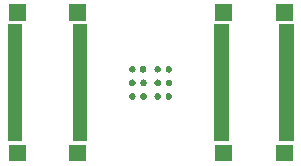
<source format=gbr>
G04 #@! TF.GenerationSoftware,KiCad,Pcbnew,5.1.5+dfsg1-2~bpo10+1*
G04 #@! TF.CreationDate,2020-02-19T21:48:08+01:00*
G04 #@! TF.ProjectId,zglue-gem1-adapter,7a676c75-652d-4676-956d-312d61646170,rev?*
G04 #@! TF.SameCoordinates,Original*
G04 #@! TF.FileFunction,Soldermask,Bot*
G04 #@! TF.FilePolarity,Negative*
%FSLAX46Y46*%
G04 Gerber Fmt 4.6, Leading zero omitted, Abs format (unit mm)*
G04 Created by KiCad (PCBNEW 5.1.5+dfsg1-2~bpo10+1) date 2020-02-19 21:48:08*
%MOMM*%
%LPD*%
G04 APERTURE LIST*
%ADD10C,0.100000*%
G04 APERTURE END LIST*
D10*
G36*
X24529260Y-16659500D02*
G01*
X23107260Y-16659500D01*
X23107260Y-15257500D01*
X24529260Y-15257500D01*
X24529260Y-16659500D01*
G37*
G36*
X7029260Y-16659500D02*
G01*
X5607260Y-16659500D01*
X5607260Y-15257500D01*
X7029260Y-15257500D01*
X7029260Y-16659500D01*
G37*
G36*
X19408620Y-16654420D02*
G01*
X17986620Y-16654420D01*
X17986620Y-15252420D01*
X19408620Y-15252420D01*
X19408620Y-16654420D01*
G37*
G36*
X1908620Y-16654420D02*
G01*
X486620Y-16654420D01*
X486620Y-15252420D01*
X1908620Y-15252420D01*
X1908620Y-16654420D01*
G37*
G36*
X24607220Y-14953000D02*
G01*
X23405220Y-14953000D01*
X23405220Y-5051000D01*
X24607220Y-5051000D01*
X24607220Y-14953000D01*
G37*
G36*
X19108120Y-14953000D02*
G01*
X17906120Y-14953000D01*
X17906120Y-5051000D01*
X19108120Y-5051000D01*
X19108120Y-14953000D01*
G37*
G36*
X7107220Y-14953000D02*
G01*
X5905220Y-14953000D01*
X5905220Y-5051000D01*
X7107220Y-5051000D01*
X7107220Y-14953000D01*
G37*
G36*
X1608120Y-14953000D02*
G01*
X406120Y-14953000D01*
X406120Y-5051000D01*
X1608120Y-5051000D01*
X1608120Y-14953000D01*
G37*
G36*
X14104527Y-10875870D02*
G01*
X14131527Y-10881241D01*
X14182393Y-10902311D01*
X14228171Y-10932898D01*
X14267102Y-10971829D01*
X14297689Y-11017607D01*
X14318759Y-11068473D01*
X14329500Y-11122472D01*
X14329500Y-11177528D01*
X14318759Y-11231527D01*
X14297689Y-11282393D01*
X14267102Y-11328171D01*
X14228171Y-11367102D01*
X14182393Y-11397689D01*
X14131527Y-11418759D01*
X14104527Y-11424130D01*
X14077529Y-11429500D01*
X14022471Y-11429500D01*
X13995473Y-11424130D01*
X13968473Y-11418759D01*
X13917607Y-11397689D01*
X13871829Y-11367102D01*
X13832898Y-11328171D01*
X13802311Y-11282393D01*
X13781241Y-11231527D01*
X13770500Y-11177528D01*
X13770500Y-11122472D01*
X13781241Y-11068473D01*
X13802311Y-11017607D01*
X13832898Y-10971829D01*
X13871829Y-10932898D01*
X13917607Y-10902311D01*
X13968473Y-10881241D01*
X13995472Y-10875871D01*
X14022471Y-10870500D01*
X14077529Y-10870500D01*
X14104527Y-10875870D01*
G37*
G36*
X11954527Y-10875870D02*
G01*
X11981527Y-10881241D01*
X12032393Y-10902311D01*
X12078171Y-10932898D01*
X12117102Y-10971829D01*
X12147689Y-11017607D01*
X12168759Y-11068473D01*
X12179500Y-11122472D01*
X12179500Y-11177528D01*
X12168759Y-11231527D01*
X12147689Y-11282393D01*
X12117102Y-11328171D01*
X12078171Y-11367102D01*
X12032393Y-11397689D01*
X11981527Y-11418759D01*
X11954527Y-11424130D01*
X11927529Y-11429500D01*
X11872471Y-11429500D01*
X11845473Y-11424130D01*
X11818473Y-11418759D01*
X11767607Y-11397689D01*
X11721829Y-11367102D01*
X11682898Y-11328171D01*
X11652311Y-11282393D01*
X11631241Y-11231527D01*
X11620500Y-11177528D01*
X11620500Y-11122472D01*
X11631241Y-11068473D01*
X11652311Y-11017607D01*
X11682898Y-10971829D01*
X11721829Y-10932898D01*
X11767607Y-10902311D01*
X11818473Y-10881241D01*
X11845473Y-10875870D01*
X11872471Y-10870500D01*
X11927529Y-10870500D01*
X11954527Y-10875870D01*
G37*
G36*
X11004527Y-10875870D02*
G01*
X11031527Y-10881241D01*
X11082393Y-10902311D01*
X11128171Y-10932898D01*
X11167102Y-10971829D01*
X11197689Y-11017607D01*
X11218759Y-11068473D01*
X11229500Y-11122472D01*
X11229500Y-11177528D01*
X11218759Y-11231527D01*
X11197689Y-11282393D01*
X11167102Y-11328171D01*
X11128171Y-11367102D01*
X11082393Y-11397689D01*
X11031527Y-11418759D01*
X11004527Y-11424130D01*
X10977529Y-11429500D01*
X10922471Y-11429500D01*
X10895473Y-11424130D01*
X10868473Y-11418759D01*
X10817607Y-11397689D01*
X10771829Y-11367102D01*
X10732898Y-11328171D01*
X10702311Y-11282393D01*
X10681241Y-11231527D01*
X10670500Y-11177528D01*
X10670500Y-11122472D01*
X10681241Y-11068473D01*
X10702311Y-11017607D01*
X10732898Y-10971829D01*
X10771829Y-10932898D01*
X10817607Y-10902311D01*
X10868473Y-10881241D01*
X10895473Y-10875870D01*
X10922471Y-10870500D01*
X10977529Y-10870500D01*
X11004527Y-10875870D01*
G37*
G36*
X13154527Y-10875870D02*
G01*
X13181527Y-10881241D01*
X13232393Y-10902311D01*
X13278171Y-10932898D01*
X13317102Y-10971829D01*
X13347689Y-11017607D01*
X13368759Y-11068473D01*
X13379500Y-11122472D01*
X13379500Y-11177528D01*
X13368759Y-11231527D01*
X13347689Y-11282393D01*
X13317102Y-11328171D01*
X13278171Y-11367102D01*
X13232393Y-11397689D01*
X13181527Y-11418759D01*
X13154527Y-11424130D01*
X13127529Y-11429500D01*
X13072471Y-11429500D01*
X13045473Y-11424130D01*
X13018473Y-11418759D01*
X12967607Y-11397689D01*
X12921829Y-11367102D01*
X12882898Y-11328171D01*
X12852311Y-11282393D01*
X12831241Y-11231527D01*
X12820500Y-11177528D01*
X12820500Y-11122472D01*
X12831241Y-11068473D01*
X12852311Y-11017607D01*
X12882898Y-10971829D01*
X12921829Y-10932898D01*
X12967607Y-10902311D01*
X13018473Y-10881241D01*
X13045472Y-10875871D01*
X13072471Y-10870500D01*
X13127529Y-10870500D01*
X13154527Y-10875870D01*
G37*
G36*
X13154527Y-9725870D02*
G01*
X13181527Y-9731241D01*
X13232393Y-9752311D01*
X13278171Y-9782898D01*
X13317102Y-9821829D01*
X13347689Y-9867607D01*
X13368759Y-9918473D01*
X13379500Y-9972472D01*
X13379500Y-10027528D01*
X13368759Y-10081527D01*
X13347689Y-10132393D01*
X13317102Y-10178171D01*
X13278171Y-10217102D01*
X13232393Y-10247689D01*
X13181527Y-10268759D01*
X13154527Y-10274130D01*
X13127529Y-10279500D01*
X13072471Y-10279500D01*
X13045473Y-10274130D01*
X13018473Y-10268759D01*
X12967607Y-10247689D01*
X12921829Y-10217102D01*
X12882898Y-10178171D01*
X12852311Y-10132393D01*
X12831241Y-10081527D01*
X12820500Y-10027528D01*
X12820500Y-9972472D01*
X12831241Y-9918473D01*
X12852311Y-9867607D01*
X12882898Y-9821829D01*
X12921829Y-9782898D01*
X12967607Y-9752311D01*
X13018473Y-9731241D01*
X13045473Y-9725870D01*
X13072471Y-9720500D01*
X13127529Y-9720500D01*
X13154527Y-9725870D01*
G37*
G36*
X11004527Y-9725870D02*
G01*
X11031527Y-9731241D01*
X11082393Y-9752311D01*
X11128171Y-9782898D01*
X11167102Y-9821829D01*
X11197689Y-9867607D01*
X11218759Y-9918473D01*
X11229500Y-9972472D01*
X11229500Y-10027528D01*
X11218759Y-10081527D01*
X11197689Y-10132393D01*
X11167102Y-10178171D01*
X11128171Y-10217102D01*
X11082393Y-10247689D01*
X11031527Y-10268759D01*
X11004527Y-10274130D01*
X10977529Y-10279500D01*
X10922471Y-10279500D01*
X10895473Y-10274130D01*
X10868473Y-10268759D01*
X10817607Y-10247689D01*
X10771829Y-10217102D01*
X10732898Y-10178171D01*
X10702311Y-10132393D01*
X10681241Y-10081527D01*
X10670500Y-10027528D01*
X10670500Y-9972472D01*
X10681241Y-9918473D01*
X10702311Y-9867607D01*
X10732898Y-9821829D01*
X10771829Y-9782898D01*
X10817607Y-9752311D01*
X10868473Y-9731241D01*
X10895473Y-9725870D01*
X10922471Y-9720500D01*
X10977529Y-9720500D01*
X11004527Y-9725870D01*
G37*
G36*
X11954527Y-9725870D02*
G01*
X11981527Y-9731241D01*
X12032393Y-9752311D01*
X12078171Y-9782898D01*
X12117102Y-9821829D01*
X12147689Y-9867607D01*
X12168759Y-9918473D01*
X12179500Y-9972472D01*
X12179500Y-10027528D01*
X12168759Y-10081527D01*
X12147689Y-10132393D01*
X12117102Y-10178171D01*
X12078171Y-10217102D01*
X12032393Y-10247689D01*
X11981527Y-10268759D01*
X11954527Y-10274130D01*
X11927529Y-10279500D01*
X11872471Y-10279500D01*
X11845473Y-10274130D01*
X11818473Y-10268759D01*
X11767607Y-10247689D01*
X11721829Y-10217102D01*
X11682898Y-10178171D01*
X11652311Y-10132393D01*
X11631241Y-10081527D01*
X11620500Y-10027528D01*
X11620500Y-9972472D01*
X11631241Y-9918473D01*
X11652311Y-9867607D01*
X11682898Y-9821829D01*
X11721829Y-9782898D01*
X11767607Y-9752311D01*
X11818473Y-9731241D01*
X11845473Y-9725870D01*
X11872471Y-9720500D01*
X11927529Y-9720500D01*
X11954527Y-9725870D01*
G37*
G36*
X14104527Y-9725870D02*
G01*
X14131527Y-9731241D01*
X14182393Y-9752311D01*
X14228171Y-9782898D01*
X14267102Y-9821829D01*
X14297689Y-9867607D01*
X14318759Y-9918473D01*
X14329500Y-9972472D01*
X14329500Y-10027528D01*
X14318759Y-10081527D01*
X14297689Y-10132393D01*
X14267102Y-10178171D01*
X14228171Y-10217102D01*
X14182393Y-10247689D01*
X14131527Y-10268759D01*
X14104527Y-10274130D01*
X14077529Y-10279500D01*
X14022471Y-10279500D01*
X13995473Y-10274130D01*
X13968473Y-10268759D01*
X13917607Y-10247689D01*
X13871829Y-10217102D01*
X13832898Y-10178171D01*
X13802311Y-10132393D01*
X13781241Y-10081527D01*
X13770500Y-10027528D01*
X13770500Y-9972472D01*
X13781241Y-9918473D01*
X13802311Y-9867607D01*
X13832898Y-9821829D01*
X13871829Y-9782898D01*
X13917607Y-9752311D01*
X13968473Y-9731241D01*
X13995473Y-9725870D01*
X14022471Y-9720500D01*
X14077529Y-9720500D01*
X14104527Y-9725870D01*
G37*
G36*
X14104527Y-8575870D02*
G01*
X14131527Y-8581241D01*
X14182393Y-8602311D01*
X14228171Y-8632898D01*
X14267102Y-8671829D01*
X14297689Y-8717607D01*
X14318759Y-8768473D01*
X14329500Y-8822472D01*
X14329500Y-8877528D01*
X14318759Y-8931527D01*
X14297689Y-8982393D01*
X14267102Y-9028171D01*
X14228171Y-9067102D01*
X14182393Y-9097689D01*
X14131527Y-9118759D01*
X14104527Y-9124130D01*
X14077529Y-9129500D01*
X14022471Y-9129500D01*
X13995473Y-9124130D01*
X13968473Y-9118759D01*
X13917607Y-9097689D01*
X13871829Y-9067102D01*
X13832898Y-9028171D01*
X13802311Y-8982393D01*
X13781241Y-8931527D01*
X13770500Y-8877528D01*
X13770500Y-8822472D01*
X13781241Y-8768473D01*
X13802311Y-8717607D01*
X13832898Y-8671829D01*
X13871829Y-8632898D01*
X13917607Y-8602311D01*
X13968473Y-8581241D01*
X13995473Y-8575870D01*
X14022471Y-8570500D01*
X14077529Y-8570500D01*
X14104527Y-8575870D01*
G37*
G36*
X13154527Y-8575870D02*
G01*
X13181527Y-8581241D01*
X13232393Y-8602311D01*
X13278171Y-8632898D01*
X13317102Y-8671829D01*
X13347689Y-8717607D01*
X13368759Y-8768473D01*
X13379500Y-8822472D01*
X13379500Y-8877528D01*
X13368759Y-8931527D01*
X13347689Y-8982393D01*
X13317102Y-9028171D01*
X13278171Y-9067102D01*
X13232393Y-9097689D01*
X13181527Y-9118759D01*
X13154527Y-9124130D01*
X13127529Y-9129500D01*
X13072471Y-9129500D01*
X13045473Y-9124130D01*
X13018473Y-9118759D01*
X12967607Y-9097689D01*
X12921829Y-9067102D01*
X12882898Y-9028171D01*
X12852311Y-8982393D01*
X12831241Y-8931527D01*
X12820500Y-8877528D01*
X12820500Y-8822472D01*
X12831241Y-8768473D01*
X12852311Y-8717607D01*
X12882898Y-8671829D01*
X12921829Y-8632898D01*
X12967607Y-8602311D01*
X13018473Y-8581241D01*
X13045473Y-8575870D01*
X13072471Y-8570500D01*
X13127529Y-8570500D01*
X13154527Y-8575870D01*
G37*
G36*
X11904527Y-8575870D02*
G01*
X11931527Y-8581241D01*
X11982393Y-8602311D01*
X12028171Y-8632898D01*
X12067102Y-8671829D01*
X12097689Y-8717607D01*
X12118759Y-8768473D01*
X12129500Y-8822472D01*
X12129500Y-8877528D01*
X12118759Y-8931527D01*
X12097689Y-8982393D01*
X12067102Y-9028171D01*
X12028171Y-9067102D01*
X11982393Y-9097689D01*
X11931527Y-9118759D01*
X11904527Y-9124130D01*
X11877529Y-9129500D01*
X11822471Y-9129500D01*
X11795473Y-9124130D01*
X11768473Y-9118759D01*
X11717607Y-9097689D01*
X11671829Y-9067102D01*
X11632898Y-9028171D01*
X11602311Y-8982393D01*
X11581241Y-8931527D01*
X11570500Y-8877528D01*
X11570500Y-8822472D01*
X11581241Y-8768473D01*
X11602311Y-8717607D01*
X11632898Y-8671829D01*
X11671829Y-8632898D01*
X11717607Y-8602311D01*
X11768473Y-8581241D01*
X11795473Y-8575870D01*
X11822471Y-8570500D01*
X11877529Y-8570500D01*
X11904527Y-8575870D01*
G37*
G36*
X11004527Y-8575870D02*
G01*
X11031527Y-8581241D01*
X11082393Y-8602311D01*
X11128171Y-8632898D01*
X11167102Y-8671829D01*
X11197689Y-8717607D01*
X11218759Y-8768473D01*
X11229500Y-8822472D01*
X11229500Y-8877528D01*
X11218759Y-8931527D01*
X11197689Y-8982393D01*
X11167102Y-9028171D01*
X11128171Y-9067102D01*
X11082393Y-9097689D01*
X11031527Y-9118759D01*
X11004527Y-9124130D01*
X10977529Y-9129500D01*
X10922471Y-9129500D01*
X10895473Y-9124130D01*
X10868473Y-9118759D01*
X10817607Y-9097689D01*
X10771829Y-9067102D01*
X10732898Y-9028171D01*
X10702311Y-8982393D01*
X10681241Y-8931527D01*
X10670500Y-8877528D01*
X10670500Y-8822472D01*
X10681241Y-8768473D01*
X10702311Y-8717607D01*
X10732898Y-8671829D01*
X10771829Y-8632898D01*
X10817607Y-8602311D01*
X10868473Y-8581241D01*
X10895473Y-8575870D01*
X10922471Y-8570500D01*
X10977529Y-8570500D01*
X11004527Y-8575870D01*
G37*
G36*
X19408620Y-4751980D02*
G01*
X17986620Y-4751980D01*
X17986620Y-3349980D01*
X19408620Y-3349980D01*
X19408620Y-4751980D01*
G37*
G36*
X7029260Y-4751980D02*
G01*
X5607260Y-4751980D01*
X5607260Y-3349980D01*
X7029260Y-3349980D01*
X7029260Y-4751980D01*
G37*
G36*
X24529260Y-4751980D02*
G01*
X23107260Y-4751980D01*
X23107260Y-3349980D01*
X24529260Y-3349980D01*
X24529260Y-4751980D01*
G37*
G36*
X1908620Y-4751980D02*
G01*
X486620Y-4751980D01*
X486620Y-3349980D01*
X1908620Y-3349980D01*
X1908620Y-4751980D01*
G37*
M02*

</source>
